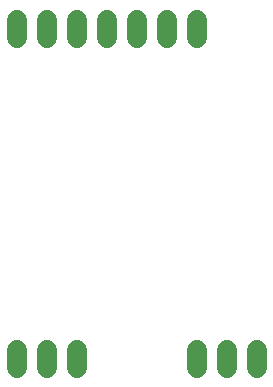
<source format=gbr>
G04 EAGLE Gerber RS-274X export*
G75*
%MOMM*%
%FSLAX34Y34*%
%LPD*%
%INSoldermask Bottom*%
%IPPOS*%
%AMOC8*
5,1,8,0,0,1.08239X$1,22.5*%
G01*
%ADD10C,1.727200*%


D10*
X63500Y198120D02*
X63500Y182880D01*
X88900Y182880D02*
X88900Y198120D01*
X114300Y198120D02*
X114300Y182880D01*
X266700Y182880D02*
X266700Y198120D01*
X241300Y198120D02*
X241300Y182880D01*
X215900Y182880D02*
X215900Y198120D01*
X215900Y462280D02*
X215900Y477520D01*
X190500Y477520D02*
X190500Y462280D01*
X165100Y462280D02*
X165100Y477520D01*
X139700Y477520D02*
X139700Y462280D01*
X114300Y462280D02*
X114300Y477520D01*
X88900Y477520D02*
X88900Y462280D01*
X63500Y462280D02*
X63500Y477520D01*
M02*

</source>
